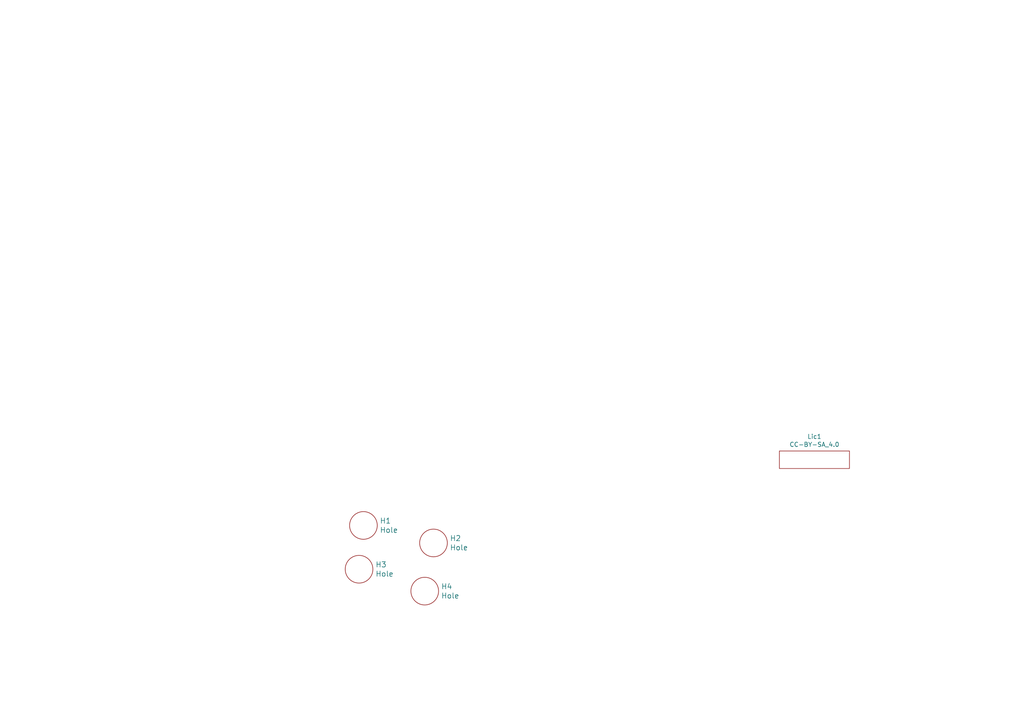
<source format=kicad_sch>
(kicad_sch (version 20250114) (generator "eeschema") (generator_version "9.0")
  (paper "A4")
  (title_block (title "LBS 4 - Backplate") (date "2025-03-25") (rev "v2.00") (company "Markus Knutsson <markus.knutsson@tweety.se>") (comment 1 "https://github.com/TweetyDaBird") (comment 2 "Licensed under Creative Commons Attribution-ShareAlike 4.0 International"))
  (lib_symbols
    (symbol "Keyboard_Plate:Spacer_Plate" (pin_names (offset 1.016))
      (property "Reference" "H1" (at 4.7244 1.3462 0))
      (property "Value" "Spacer_Plate" (at 4.7244 -1.3462 0))
      (symbol "Spacer_Plate_0_1"
        (circle (center 0 0) (radius 4.0132))
      )
    )
    (symbol "Logotypes:CC-BY-SA-4.0" (pin_names (offset 1.016)) (in_bom no)
      (property "Reference" "Logo" (at 0 1.27 0))
      (property "Value" "CC-BY-SA-4.0" (at 0 -1.27 0))
      (symbol "CC-BY-SA-4.0_0_1"
        (rectangle (start -10.16 2.54) (end 10.16 -2.54))
      )
    )
  )
  (symbol (lib_id "Logotypes:CC-BY-SA-4.0") (at 236.22 133.35 0) (unit 1) (in_bom no)
    (property "Reference" "Lic1" (at 236.22 126.619 0))
    (property "Value" "CC-BY-SA_4.0" (at 236.22 128.9304 0))
    (property "Footprint" "Logotypes:CC_BY_SA_40" (effects (hide yes)))
    (property "Sim.Enable" "0" (effects (hide yes)))
  )
  (symbol (lib_id "Keyboard_Plate:Spacer_Plate") (at 125.73 157.48 0) (unit 1)
    (property "Reference" "H2" (at 130.4544 156.1338 0) (effects (font (size 1.524 1.524)) (justify left)))
    (property "Value" "Hole" (at 130.4544 158.8262 0) (effects (font (size 1.524 1.524)) (justify left)))
    (property "Footprint" "Keyboard_Plate:Spacer Plate hole" (effects (hide yes)))
  )
  (symbol (lib_id "Keyboard_Plate:Spacer_Plate") (at 123.19 171.45 0) (unit 1)
    (property "Reference" "H4" (at 127.9144 170.1038 0) (effects (font (size 1.524 1.524)) (justify left)))
    (property "Value" "Hole" (at 127.9144 172.7962 0) (effects (font (size 1.524 1.524)) (justify left)))
    (property "Footprint" "Keyboard_Plate:Spacer Plate hole" (effects (hide yes)))
  )
  (symbol (lib_id "Keyboard_Plate:Spacer_Plate") (at 104.14 165.1 0) (unit 1)
    (property "Reference" "H3" (at 108.8644 163.7538 0) (effects (font (size 1.524 1.524)) (justify left)))
    (property "Value" "Hole" (at 108.8644 166.4462 0) (effects (font (size 1.524 1.524)) (justify left)))
    (property "Footprint" "Keyboard_Plate:Spacer Plate hole" (effects (hide yes)))
  )
  (symbol (lib_id "Keyboard_Plate:Spacer_Plate") (at 105.41 152.4 0) (unit 1)
    (property "Reference" "H1" (at 110.1344 151.0538 0) (effects (font (size 1.524 1.524)) (justify left)))
    (property "Value" "Hole" (at 110.1344 153.7462 0) (effects (font (size 1.524 1.524)) (justify left)))
    (property "Footprint" "Keyboard_Plate:Spacer Plate hole" (effects (hide yes)))
  )
)
</source>
